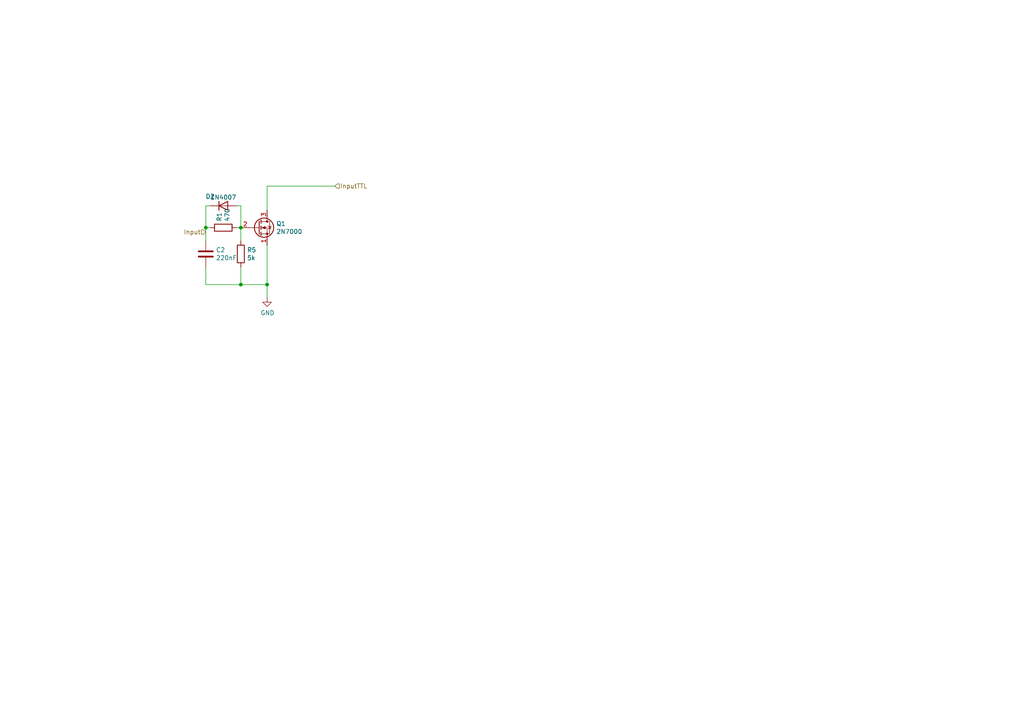
<source format=kicad_sch>
(kicad_sch (version 20230121) (generator eeschema)
  (paper "A4")
  (lib_symbols
    (symbol "Device:C" (pin_numbers hide) (pin_names (offset 0.254))
      (property "Reference" "C" (at 0.635 2.54 0))
      (property "Value" "C" (at 0.635 -2.54 0))
      (symbol "C_0_1"
        (polyline (pts (xy -2.032 -0.762) (xy 2.032 -0.762)) (stroke (width 0.508)))
        (polyline (pts (xy -2.032 0.762) (xy 2.032 0.762)) (stroke (width 0.508)))
      )
      (symbol "C_1_1"
        (pin passive line (at 0 3.81 270) (length 2.794) (name "~") (number "1"))
        (pin passive line (at 0 -3.81 90) (length 2.794) (name "~") (number "2"))
      )
    )
    (symbol "Device:R" (pin_numbers hide) (pin_names (offset 0))
      (property "Reference" "R" (at 2.032 0 90))
      (property "Value" "R" (at 0 0 90))
      (symbol "R_0_1"
        (rectangle (start -1.016 -2.54) (end 1.016 2.54) (stroke (width 0.254)))
      )
      (symbol "R_1_1"
        (pin passive line (at 0 3.81 270) (length 1.27) (name "~") (number "1"))
        (pin passive line (at 0 -3.81 90) (length 1.27) (name "~") (number "2"))
      )
    )
    (symbol "Diode:1N4007" (pin_numbers hide) (pin_names (offset 1.016) hide)
      (property "Reference" "D" (at 0 2.54 0))
      (property "Value" "1N4007" (at 0 -2.54 0))
      (symbol "1N4007_0_1"
        (polyline (pts (xy -1.27 1.27) (xy -1.27 -1.27)) (stroke (width 0.254)))
        (polyline (pts (xy 1.27 0) (xy -1.27 0)))
        (polyline (pts (xy 1.27 1.27) (xy 1.27 -1.27) (xy -1.27 0) (xy 1.27 1.27)) (stroke (width 0.254)))
      )
      (symbol "1N4007_1_1"
        (pin passive line (at -3.81 0 0) (length 2.54) (name "K") (number "1"))
        (pin passive line (at 3.81 0 180) (length 2.54) (name "A") (number "2"))
      )
    )
    (symbol "Transistor_FET:2N7000" (pin_names hide)
      (property "Reference" "Q" (at 5.08 1.905 0))
      (property "Value" "2N7000" (at 5.08 0 0))
      (symbol "2N7000_0_1"
        (polyline (pts (xy 0.254 0) (xy -2.54 0)))
        (polyline (pts (xy 0.254 1.905) (xy 0.254 -1.905)) (stroke (width 0.254)))
        (polyline (pts (xy 0.762 -1.27) (xy 0.762 -2.286)) (stroke (width 0.254)))
        (polyline (pts (xy 0.762 0.508) (xy 0.762 -0.508)) (stroke (width 0.254)))
        (polyline (pts (xy 0.762 2.286) (xy 0.762 1.27)) (stroke (width 0.254)))
        (polyline (pts (xy 2.54 2.54) (xy 2.54 1.778)))
        (polyline (pts (xy 2.54 -2.54) (xy 2.54 0) (xy 0.762 0)))
        (polyline (pts (xy 0.762 -1.778) (xy 3.302 -1.778) (xy 3.302 1.778) (xy 0.762 1.778)))
        (polyline (pts (xy 1.016 0) (xy 2.032 0.381) (xy 2.032 -0.381) (xy 1.016 0)) (fill (type outline)))
        (polyline (pts (xy 2.794 0.508) (xy 2.921 0.381) (xy 3.683 0.381) (xy 3.81 0.254)))
        (polyline (pts (xy 3.302 0.381) (xy 2.921 -0.254) (xy 3.683 -0.254) (xy 3.302 0.381)))
        (circle (center 1.651 0) (radius 2.794) (stroke (width 0.254)))
        (circle (center 2.54 -1.778) (radius 0.254) (fill (type outline)))
        (circle (center 2.54 1.778) (radius 0.254) (fill (type outline)))
      )
      (symbol "2N7000_1_1"
        (pin passive line (at 2.54 -5.08 90) (length 2.54) (name "S") (number "1"))
        (pin input line (at -5.08 0 0) (length 2.54) (name "G") (number "2"))
        (pin passive line (at 2.54 5.08 270) (length 2.54) (name "D") (number "3"))
      )
    )
    (symbol "power:GND" (power) (pin_names (offset 0))
      (property "Value" "GND" (at 0 -3.81 0))
      (symbol "GND_0_1"
        (polyline (pts (xy 0 0) (xy 0 -1.27) (xy 1.27 -1.27) (xy 0 -2.54) (xy -1.27 -1.27) (xy 0 -1.27)))
      )
      (symbol "GND_1_1"
        (pin power_in line (at 0 0 270) (length 0) hide (name "GND") (number "1"))
      )
    )
  )
  (junction (at 59.69 66.04))
  (junction (at 69.85 82.55))
  (junction (at 69.85 66.04))
  (junction (at 77.47 82.55))
  (wire (pts (xy 68.58 66.04) (xy 69.85 66.04)))
  (wire (pts (xy 77.47 71.12) (xy 77.47 82.55)))
  (wire (pts (xy 68.58 59.69) (xy 69.85 59.69)))
  (wire (pts (xy 69.85 82.55) (xy 77.47 82.55)))
  (wire (pts (xy 59.69 82.55) (xy 69.85 82.55)))
  (wire (pts (xy 59.69 69.85) (xy 59.69 66.04)))
  (wire (pts (xy 77.47 86.36) (xy 77.47 82.55)))
  (wire (pts (xy 69.85 77.47) (xy 69.85 82.55)))
  (wire (pts (xy 60.96 59.69) (xy 59.69 59.69)))
  (wire (pts (xy 59.69 59.69) (xy 59.69 66.04)))
  (wire (pts (xy 59.69 77.47) (xy 59.69 82.55)))
  (wire (pts (xy 69.85 69.85) (xy 69.85 66.04)))
  (wire (pts (xy 77.47 60.96) (xy 77.47 53.975)))
  (wire (pts (xy 77.47 53.975) (xy 97.155 53.975)))
  (wire (pts (xy 69.85 59.69) (xy 69.85 66.04)))
  (wire (pts (xy 59.69 66.04) (xy 60.96 66.04)))
  (hierarchical_label "InputTTL" (shape input) (at 97.155 53.975 0))
  (hierarchical_label "Input" (shape input) (at 59.69 67.31 180))
  (symbol (lib_id "Diode:1N4007") (at 64.77 59.69 0) (unit 1)
    (property "Reference" "D2" (at 60.96 56.9935 0))
    (property "Value" "1N4007" (at 64.77 57.2286 0))
    (property "Footprint" "Diode_THT:D_DO-41_SOD81_P10.16mm_Horizontal" (effects hide))
    (property "Datasheet" "http://www.vishay.com/docs/88503/1n4001.pdf" (effects hide))
    (instances (project "MakeItRain" (path "" (reference "D2") (unit 1)) (path "" (reference "D4") (unit 1)) (path "" (reference "D6") (unit 1)) (path "" (reference "D8") (unit 1))) (project "CarHeadlightBuzzer" (path "" (reference "D2") (unit 1)) (path "" (reference "D1") (unit 1)) (path "" (reference "D3") (unit 1)) (path "" (reference "D4") (unit 1))))
  )
  (symbol (lib_id "Transistor_FET:2N7000") (at 74.93 66.04 0) (unit 1)
    (property "Reference" "Q1" (at 80.1116 64.8716 0) (effects (justify left)))
    (property "Value" "2N7000" (at 80.1116 67.183 0) (effects (justify left)))
    (property "Footprint" "Package_TO_SOT_THT:TO-92_Inline" (effects hide))
    (property "Datasheet" "https://www.onsemi.com/pub/Collateral/NDS7002A-D.PDF" (effects hide))
    (instances (project "MakeItRain" (path "" (reference "Q1") (unit 1)) (path "" (reference "Q4") (unit 1)) (path "" (reference "Q7") (unit 1)) (path "" (reference "Q10") (unit 1))) (project "CarHeadlightBuzzer" (path "" (reference "Q1") (unit 1)) (path "" (reference "Q1") (unit 1)) (path "" (reference "Q4") (unit 1)) (path "" (reference "Q5") (unit 1))))
  )
  (symbol (lib_id "Device:R") (at 64.77 66.04 90) (unit 1)
    (property "Reference" "R1" (at 63.6016 64.262 0) (effects (justify left)))
    (property "Value" "470" (at 65.913 64.262 0) (effects (justify left)))
    (property "Footprint" "Resistor_THT:R_Axial_DIN0207_L6.3mm_D2.5mm_P2.54mm_Vertical" (effects hide))
    (instances (project "MakeItRain" (path "" (reference "R1") (unit 1)) (path "" (reference "R2") (unit 1)) (path "" (reference "R22") (unit 1)) (path "" (reference "R35") (unit 1))) (project "CarHeadlightBuzzer" (path "" (reference "R1") (unit 1)) (path "" (reference "R1") (unit 1)) (path "" (reference "R6") (unit 1)) (path "" (reference "R8") (unit 1))))
  )
  (symbol (lib_id "Device:C") (at 59.69 73.66 0) (unit 1)
    (property "Reference" "C2" (at 62.611 72.4916 0) (effects (justify left)))
    (property "Value" "220nF" (at 62.611 74.803 0) (effects (justify left)))
    (property "Footprint" "Capacitor_THT:C_Disc_D5.1mm_W3.2mm_P5.00mm" (effects hide))
    (instances (project "MakeItRain" (path "" (reference "C2") (unit 1)) (path "" (reference "C3") (unit 1)) (path "" (reference "C4") (unit 1)) (path "" (reference "C5") (unit 1))) (project "CarHeadlightBuzzer" (path "" (reference "C2") (unit 1)) (path "" (reference "C1") (unit 1)) (path "" (reference "C2") (unit 1)) (path "" (reference "C3") (unit 1))))
  )
  (symbol (lib_id "Device:R") (at 69.85 73.66 0) (unit 1)
    (property "Reference" "R5" (at 71.628 72.4916 0) (effects (justify left)))
    (property "Value" "5k" (at 71.628 74.803 0) (effects (justify left)))
    (property "Footprint" "Resistor_THT:R_Axial_DIN0207_L6.3mm_D2.5mm_P2.54mm_Vertical" (effects hide))
    (instances (project "MakeItRain" (path "" (reference "R5") (unit 1)) (path "" (reference "R9") (unit 1)) (path "" (reference "R13") (unit 1)) (path "" (reference "R17") (unit 1))) (project "CarHeadlightBuzzer" (path "" (reference "R5") (unit 1)) (path "" (reference "R2") (unit 1)) (path "" (reference "R7") (unit 1)) (path "" (reference "R9") (unit 1))))
  )
  (symbol (lib_id "power:GND") (at 77.47 86.36 0) (unit 1)
    (property "Reference" "#PWR022" (effects hide))
    (property "Value" "GND" (at 77.597 90.7542 0))
    (instances (project "MakeItRain" (path "" (reference "#PWR022") (unit 1)) (path "" (reference "#PWR025") (unit 1)) (path "" (reference "#PWR028") (unit 1)) (path "" (reference "#PWR031") (unit 1))) (project "CarHeadlightBuzzer" (path "" (reference "#PWR01") (unit 1)) (path "" (reference "#PWR04") (unit 1)) (path "" (reference "#PWR05") (unit 1))))
  )
)
</source>
